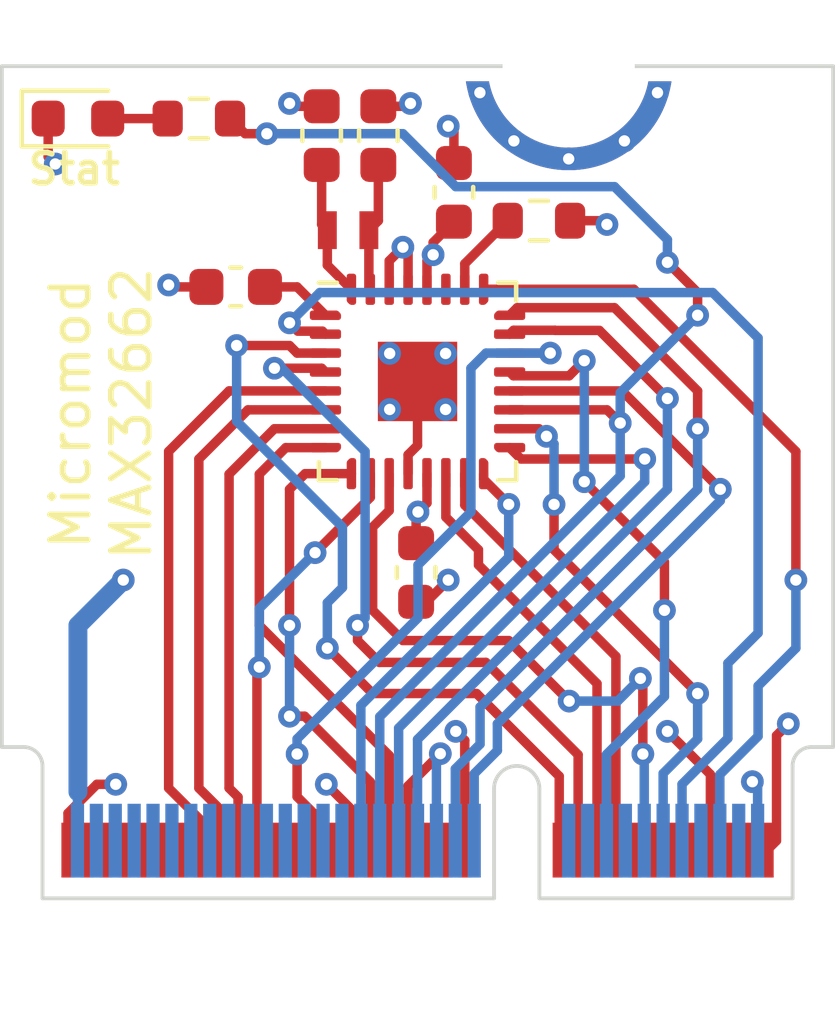
<source format=kicad_pcb>
(kicad_pcb (version 20221018) (generator pcbnew)
  (layers (0 "F.Cu" signal) (1 "In1.Cu" signal) (2 "In2.Cu" signal) (31 "B.Cu" signal) (34 "B.Paste" user) (35 "F.Paste" user) (36 "B.SilkS" user "B.Silkscreen") (37 "F.SilkS" user "F.Silkscreen") (38 "B.Mask" user) (39 "F.Mask" user) (44 "Edge.Cuts" user))
  (net 0 "")
  (net 1 "+3.3V")
  (net 2 "GND")
  (net 3 "Net-(U1-V_{CORE})")
  (net 4 "Net-(U1-32KIN)")
  (net 5 "Net-(U1-32KOUT)")
  (net 9 "/RESET")
  (net 12 "/D0")
  (net 14 "/I2C_SDA")
  (net 16 "/I2C_SCL")
  (net 19 "/UART_TX")
  (net 20 "/D1")
  (net 21 "/UART_RX")
  (net 23 "/SWDCLK")
  (net 25 "/SWDIO")
  (net 26 "/PWM0")
  (net 27 "/A0")
  (net 30 "/A1")
  (net 31 "/G0")
  (net 32 "/CAN_RX")
  (net 33 "/G1{slash}STATUS_LED")
  (net 34 "/CAN_TX")
  (net 35 "/ADC_TRIG")
  (net 39 "/BATT_VIN{slash}3")
  (net 45 "/SPI_CS")
  (net 47 "/SPI_SCK")
  (net 49 "/SPI_COPI")
  (net 51 "/SPI_CIPO")
  (net 64 "Net-(U1-HFXIN)")
  (net 66 "Net-(D1-A)")
  (footprint "LED_SMD:LED_0603_1608Metric" (layer "F.Cu") (at 136.8 71.8)
    (fp_text reference "D1" hide)
    (fp_text value "LED")
    (fp_line (start -1.485 -0.735) (end -1.485 0.735) (stroke (width 0.12)) (layer "F.SilkS"))
    (fp_line (start -1.485 0.735) (end 0.8 0.735) (stroke (width 0.12)) (layer "F.SilkS"))
    (fp_line (start 0.8 -0.735) (end -1.485 -0.735) (stroke (width 0.12)) (layer "F.SilkS"))
    (pad "1" smd roundrect (at -0.7875 0) (size 0.875 0.95) (layers "F.Cu" "F.Paste" "F.Mask") (net 2 "GND"))
    (pad "2" smd roundrect (at 0.7875 0) (size 0.875 0.95) (layers "F.Cu" "F.Paste" "F.Mask") (net 66 "Net-(D1-A)"))
  )
  (footprint "bobby_footprints:micromod_processor" (layer "F.Cu") (at 145.7875 92.415)
    (fp_text reference "J1" hide)
    (fp_text value "MicroMod-2222")
    (fp_line (start -11 -4) (end -11 -22) (stroke (width 0.1)) (layer "Edge.Cuts"))
    (fp_line (start -11 -4) (end -10.425 -4) (stroke (width 0.1)) (layer "Edge.Cuts"))
    (fp_line (start -9.925 0) (end -9.925 -3.5) (stroke (width 0.1)) (layer "Edge.Cuts"))
    (fp_line (start 2.025 -2.9) (end 2.025 0) (stroke (width 0.1)) (layer "Edge.Cuts"))
    (fp_line (start 2.025 0) (end -9.925 0) (stroke (width 0.1)) (layer "Edge.Cuts"))
    (fp_line (start 2.25 -22) (end -11 -22) (stroke (width 0.1)) (layer "Edge.Cuts"))
    (fp_line (start 3.225 -2.9) (end 3.225 0) (stroke (width 0.1)) (layer "Edge.Cuts"))
    (fp_line (start 3.225 0) (end 9.925 0) (stroke (width 0.1)) (layer "Edge.Cuts"))
    (fp_line (start 5.75 -22) (end 2.25 -22) (stroke (width 0.1)) (layer "Edge.Cuts"))
    (fp_line (start 9.925 0) (end 9.925 -3.5) (stroke (width 0.1)) (layer "Edge.Cuts"))
    (fp_line (start 11 -22) (end 5.75 -22) (stroke (width 0.1)) (layer "Edge.Cuts"))
    (fp_line (start 11 -22) (end 11 -4) (stroke (width 0.1)) (layer "Edge.Cuts"))
    (fp_line (start 11 -4) (end 10.425 -4) (stroke (width 0.1)) (layer "Edge.Cuts"))
    (fp_arc (start -10.425 -4) (mid -10.071447 -3.853553) (end -9.925 -3.5) (stroke (width 0.1)) (layer "Edge.Cuts"))
    (fp_arc (start 2.025 -2.9) (mid 2.625 -3.5) (end 3.225 -2.9) (stroke (width 0.1)) (layer "Edge.Cuts"))
    (fp_arc (start 9.925 -3.5) (mid 10.071447 -3.853553) (end 10.425 -4) (stroke (width 0.1)) (layer "Edge.Cuts"))
    (pad "" np_thru_hole circle (at 4 -22) (size 3.5 3.5) (drill 3.5) (layers "F&B.Cu" "*.Mask"))
    (pad "1" smd rect (at 9.25 -1.275) (size 0.35 1.45) (layers "F.Cu" "F.Mask") (net 2 "GND"))
    (pad "2" smd rect (at 9 -1.525) (size 0.35 1.95) (layers "B.Cu" "B.Mask") (net 1 "+3.3V"))
    (pad "3" smd rect (at 8.75 -1.275) (size 0.35 1.45) (layers "F.Cu" "F.Mask"))
    (pad "4" smd rect (at 8.5 -1.525) (size 0.35 1.95) (layers "B.Cu" "B.Mask"))
    (pad "5" smd rect (at 8.25 -1.275) (size 0.35 1.45) (layers "F.Cu" "F.Mask"))
    (pad "6" smd rect (at 8 -1.525) (size 0.35 1.95) (layers "B.Cu" "B.Mask") (net 9 "/RESET"))
    (pad "7" smd rect (at 7.75 -1.275) (size 0.35 1.45) (layers "F.Cu" "F.Mask") (net 2 "GND"))
    (pad "8" smd rect (at 7.5 -1.525) (size 0.35 1.95) (layers "B.Cu" "B.Mask"))
    (pad "9" smd rect (at 7.25 -1.275) (size 0.35 1.45) (layers "F.Cu" "F.Mask"))
    (pad "10" smd rect (at 7 -1.525) (size 0.35 1.95) (layers "B.Cu" "B.Mask") (net 12 "/D0"))
    (pad "11" smd rect (at 6.75 -1.275) (size 0.35 1.45) (layers "F.Cu" "F.Mask"))
    (pad "12" smd rect (at 6.5 -1.525) (size 0.35 1.95) (layers "B.Cu" "B.Mask") (net 14 "/I2C_SDA"))
    (pad "13" smd rect (at 6.25 -1.275) (size 0.35 1.45) (layers "F.Cu" "F.Mask"))
    (pad "14" smd rect (at 6 -1.525) (size 0.35 1.95) (layers "B.Cu" "B.Mask") (net 16 "/I2C_SCL"))
    (pad "15" smd rect (at 5.75 -1.275) (size 0.35 1.45) (layers "F.Cu" "F.Mask"))
    (pad "16" smd rect (at 5.5 -1.525) (size 0.35 1.95) (layers "B.Cu" "B.Mask"))
    (pad "17" smd rect (at 5.25 -1.275) (size 0.35 1.45) (layers "F.Cu" "F.Mask") (net 19 "/UART_TX"))
    (pad "18" smd rect (at 5 -1.525) (size 0.35 1.95) (layers "B.Cu" "B.Mask") (net 20 "/D1"))
    (pad "19" smd rect (at 4.75 -1.275) (size 0.35 1.45) (layers "F.Cu" "F.Mask") (net 21 "/UART_RX"))
    (pad "20" smd rect (at 4.5 -1.525) (size 0.35 1.95) (layers "B.Cu" "B.Mask"))
    (pad "21" smd rect (at 4.25 -1.275) (size 0.35 1.45) (layers "F.Cu" "F.Mask") (net 23 "/SWDCLK"))
    (pad "22" smd rect (at 4 -1.525) (size 0.35 1.95) (layers "B.Cu" "B.Mask"))
    (pad "23" smd rect (at 3.75 -1.275) (size 0.35 1.45) (layers "F.Cu" "F.Mask") (net 25 "/SWDIO"))
    (pad "32" smd rect (at 1.5 -1.525) (size 0.35 1.95) (layers "B.Cu" "B.Mask") (net 26 "/PWM0"))
    (pad "33" smd rect (at 1.25 -1.275) (size 0.35 1.45) (layers "F.Cu" "F.Mask") (net 2 "GND"))
    (pad "34" smd rect (at 1 -1.525) (size 0.35 1.95) (layers "B.Cu" "B.Mask") (net 27 "/A0"))
    (pad "35" smd rect (at 0.75 -1.275) (size 0.35 1.45) (layers "F.Cu" "F.Mask"))
    (pad "36" smd rect (at 0.5 -1.525) (size 0.35 1.95) (layers "B.Cu" "B.Mask") (net 2 "GND"))
    (pad "37" smd rect (at 0.25 -1.275) (size 0.35 1.45) (layers "F.Cu" "F.Mask"))
    (pad "38" smd rect (at 0 -1.525) (size 0.35 1.95) (layers "B.Cu" "B.Mask") (net 30 "/A1"))
    (pad "39" smd rect (at -0.25 -1.275) (size 0.35 1.45) (layers "F.Cu" "F.Mask") (net 2 "GND"))
    (pad "40" smd rect (at -0.5 -1.525) (size 0.35 1.95) (layers "B.Cu" "B.Mask") (net 31 "/G0"))
    (pad "41" smd rect (at -0.75 -1.275) (size 0.35 1.45) (layers "F.Cu" "F.Mask") (net 32 "/CAN_RX"))
    (pad "42" smd rect (at -1 -1.525) (size 0.35 1.95) (layers "B.Cu" "B.Mask") (net 33 "/G1{slash}STATUS_LED"))
    (pad "43" smd rect (at -1.25 -1.275) (size 0.35 1.45) (layers "F.Cu" "F.Mask") (net 34 "/CAN_TX"))
    (pad "44" smd rect (at -1.5 -1.525) (size 0.35 1.95) (layers "B.Cu" "B.Mask") (net 35 "/ADC_TRIG"))
    (pad "45" smd rect (at -1.75 -1.275) (size 0.35 1.45) (layers "F.Cu" "F.Mask") (net 2 "GND"))
    (pad "46" smd rect (at -2 -1.525) (size 0.35 1.95) (layers "B.Cu" "B.Mask"))
    (pad "47" smd rect (at -2.25 -1.275) (size 0.35 1.45) (layers "F.Cu" "F.Mask"))
    (pad "48" smd rect (at -2.5 -1.525) (size 0.35 1.95) (layers "B.Cu" "B.Mask"))
    (pad "49" smd rect (at -2.75 -1.275) (size 0.35 1.45) (layers "F.Cu" "F.Mask") (net 39 "/BATT_VIN{slash}3"))
    (pad "50" smd rect (at -3 -1.525) (size 0.35 1.95) (layers "B.Cu" "B.Mask"))
    (pad "51" smd rect (at -3.25 -1.275) (size 0.35 1.45) (layers "F.Cu" "F.Mask"))
    (pad "52" smd rect (at -3.5 -1.525) (size 0.35 1.95) (layers "B.Cu" "B.Mask"))
    (pad "53" smd rect (at -3.75 -1.275) (size 0.35 1.45) (layers "F.Cu" "F.Mask"))
    (pad "54" smd rect (at -4 -1.525) (size 0.35 1.95) (layers "B.Cu" "B.Mask"))
    (pad "55" smd rect (at -4.25 -1.275) (size 0.35 1.45) (layers "F.Cu" "F.Mask") (net 45 "/SPI_CS"))
    (pad "56" smd rect (at -4.5 -1.525) (size 0.35 1.95) (layers "B.Cu" "B.Mask"))
    (pad "57" smd rect (at -4.75 -1.275) (size 0.35 1.45) (layers "F.Cu" "F.Mask") (net 47 "/SPI_SCK"))
    (pad "58" smd rect (at -5 -1.525) (size 0.35 1.95) (layers "B.Cu" "B.Mask"))
    (pad "59" smd rect (at -5.25 -1.275) (size 0.35 1.45) (layers "F.Cu" "F.Mask") (net 49 "/SPI_COPI"))
    (pad "60" smd rect (at -5.5 -1.525) (size 0.35 1.95) (layers "B.Cu" "B.Mask"))
    (pad "61" smd rect (at -5.75 -1.275) (size 0.35 1.45) (layers "F.Cu" "F.Mask") (net 51 "/SPI_CIPO"))
    (pad "62" smd rect (at -6 -1.525) (size 0.35 1.95) (layers "B.Cu" "B.Mask"))
    (pad "63" smd rect (at -6.25 -1.275) (size 0.35 1.45) (layers "F.Cu" "F.Mask"))
    (pad "64" smd rect (at -6.5 -1.525) (size 0.35 1.95) (layers "B.Cu" "B.Mask"))
    (pad "65" smd rect (at -6.75 -1.275) (size 0.35 1.45) (layers "F.Cu" "F.Mask"))
    (pad "66" smd rect (at -7 -1.525) (size 0.35 1.95) (layers "B.Cu" "B.Mask"))
    (pad "67" smd rect (at -7.25 -1.275) (size 0.35 1.45) (layers "F.Cu" "F.Mask"))
    (pad "68" smd rect (at -7.5 -1.525) (size 0.35 1.95) (layers "B.Cu" "B.Mask"))
    (pad "69" smd rect (at -7.75 -1.275) (size 0.35 1.45) (layers "F.Cu" "F.Mask"))
    (pad "70" smd rect (at -8 -1.525) (size 0.35 1.95) (layers "B.Cu" "B.Mask"))
    (pad "71" smd rect (at -8.25 -1.275) (size 0.35 1.45) (layers "F.Cu" "F.Mask"))
    (pad "72" smd rect (at -8.5 -1.525) (size 0.35 1.95) (layers "B.Cu" "B.Mask"))
    (pad "73" smd rect (at -8.75 -1.275) (size 0.35 1.45) (layers "F.Cu" "F.Mask"))
    (pad "74" smd rect (at -9 -1.525) (size 0.35 1.95) (layers "B.Cu" "B.Mask") (net 1 "+3.3V"))
    (pad "75" smd rect (at -9.25 -1.275) (size 0.35 1.45) (layers "F.Cu" "F.Mask") (net 2 "GND"))
    (pad "76" thru_hole circle (at 1.65 -21.3) (size 0.6 0.6) (drill 0.3) (property pad_prop_heatsink) (layers "*.Cu" "*.Mask") (net 2 "GND"))
    (pad "76" thru_hole circle (at 2.55 -20.025) (size 0.6 0.6) (drill 0.3) (property pad_prop_heatsink) (layers "*.Cu" "*.Mask") (net 2 "GND"))
    (pad "76" thru_hole circle (at 4 -19.55) (size 0.6 0.6) (drill 0.3) (property pad_prop_heatsink) (layers "*.Cu" "*.Mask") (net 2 "GND"))
    (pad "76" smd custom (at 4 -19.5) (size 0.25 0.25) (layers "F.Cu" "F.Mask") (net 2 "GND") (options (clearance outline) (anchor circle)) (primitives (gr_poly (pts (arc (start 2.72 -2.1) (mid 0 0.249254) (end -2.72 -2.1)) (arc (start -2.11 -2.1) (mid 0 -0.345132) (end 2.11 -2.100001))) (width 0) (fill yes))))
    (pad "76" smd custom (at 4 -19.5) (size 0.25 0.25) (layers "B.Cu" "B.Mask") (net 2 "GND") (options (clearance outline) (anchor circle)) (primitives (gr_poly (pts (arc (start 2.72 -2.1) (mid 0 0.249254) (end -2.72 -2.1)) (arc (start -2.11 -2.1) (mid 0 -0.345132) (end 2.11 -2.100001))) (width 0) (fill yes))))
    (pad "76" thru_hole circle (at 5.475 -20.025) (size 0.6 0.6) (drill 0.3) (property pad_prop_heatsink) (layers "*.Cu" "*.Mask") (net 2 "GND"))
    (pad "76" thru_hole circle (at 6.35 -21.3) (size 0.6 0.6) (drill 0.3) (property pad_prop_heatsink) (layers "*.Cu" "*.Mask") (net 2 "GND"))
  )
  (footprint "bobby_footprints:ECX-16R" (layer "F.Cu") (at 143.95 74.75)
    (fp_text reference "Y1" hide)
    (fp_text value "Crystal")
    (pad "1" smd rect (at -0.55 0) (size 0.5 1) (layers "F.Cu" "F.Paste" "F.Mask") (net 5 "Net-(U1-32KOUT)"))
    (pad "2" smd rect (at 0.55 0) (size 0.5 1) (layers "F.Cu" "F.Paste" "F.Mask") (net 4 "Net-(U1-32KIN)"))
  )
  (footprint "Capacitor_SMD:C_0603_1608Metric" (layer "F.Cu") (at 143.25 72.25 90)
    (fp_text reference "C5" hide)
    (fp_text value "1u")
    (fp_line (start -0.14058 -0.51) (end 0.14058 -0.51) (stroke (width 0.12)) (layer "F.SilkS"))
    (fp_line (start -0.14058 0.51) (end 0.14058 0.51) (stroke (width 0.12)) (layer "F.SilkS"))
    (pad "1" smd roundrect (at -0.775 0 90) (size 0.9 0.95) (layers "F.Cu" "F.Paste" "F.Mask") (net 5 "Net-(U1-32KOUT)"))
    (pad "2" smd roundrect (at 0.775 0 90) (size 0.9 0.95) (layers "F.Cu" "F.Paste" "F.Mask") (net 2 "GND"))
  )
  (footprint "Capacitor_SMD:C_0603_1608Metric" (layer "F.Cu") (at 144.75 72.25 90)
    (fp_text reference "C4" hide)
    (fp_text value "1u")
    (fp_line (start -0.14058 -0.51) (end 0.14058 -0.51) (stroke (width 0.12)) (layer "F.SilkS"))
    (fp_line (start -0.14058 0.51) (end 0.14058 0.51) (stroke (width 0.12)) (layer "F.SilkS"))
    (pad "1" smd roundrect (at -0.775 0 90) (size 0.9 0.95) (layers "F.Cu" "F.Paste" "F.Mask") (net 4 "Net-(U1-32KIN)"))
    (pad "2" smd roundrect (at 0.775 0 90) (size 0.9 0.95) (layers "F.Cu" "F.Paste" "F.Mask") (net 2 "GND"))
  )
  (footprint "Capacitor_SMD:C_0603_1608Metric" (layer "F.Cu") (at 146.75 73.75 90)
    (fp_text reference "C1" hide)
    (fp_text value "1u")
    (fp_line (start -0.14058 -0.51) (end 0.14058 -0.51) (stroke (width 0.12)) (layer "F.SilkS"))
    (fp_line (start -0.14058 0.51) (end 0.14058 0.51) (stroke (width 0.12)) (layer "F.SilkS"))
    (pad "1" smd roundrect (at -0.775 0 90) (size 0.9 0.95) (layers "F.Cu" "F.Paste" "F.Mask") (net 1 "+3.3V"))
    (pad "2" smd roundrect (at 0.775 0 90) (size 0.9 0.95) (layers "F.Cu" "F.Paste" "F.Mask") (net 2 "GND"))
  )
  (footprint "Resistor_SMD:R_0603_1608Metric" (layer "F.Cu") (at 140 71.8 180)
    (fp_text reference "R2" hide)
    (fp_text value "750")
    (fp_line (start -0.237258 -0.5225) (end 0.237258 -0.5225) (stroke (width 0.12)) (layer "F.SilkS"))
    (fp_line (start -0.237258 0.5225) (end 0.237258 0.5225) (stroke (width 0.12)) (layer "F.SilkS"))
    (pad "1" smd roundrect (at -0.825 0 180) (size 0.8 0.95) (layers "F.Cu" "F.Paste" "F.Mask") (net 33 "/G1{slash}STATUS_LED"))
    (pad "2" smd roundrect (at 0.825 0 180) (size 0.8 0.95) (layers "F.Cu" "F.Paste" "F.Mask") (net 66 "Net-(D1-A)"))
  )
  (footprint "Package_DFN_QFN:TQFN-32-1EP_5x5mm_P0.5mm_EP2.1x2.1mm" (layer "F.Cu") (at 145.7875 78.75)
    (fp_text reference "U1" hide)
    (fp_text value "MAX32662GTJ")
    (fp_line (start -2.61 2.61) (end -2.61 2.135) (stroke (width 0.12)) (layer "F.SilkS"))
    (fp_line (start -2.135 -2.61) (end -2.61 -2.61) (stroke (width 0.12)) (layer "F.SilkS"))
    (fp_line (start -2.135 2.61) (end -2.61 2.61) (stroke (width 0.12)) (layer "F.SilkS"))
    (fp_line (start 2.135 -2.61) (end 2.61 -2.61) (stroke (width 0.12)) (layer "F.SilkS"))
    (fp_line (start 2.135 2.61) (end 2.61 2.61) (stroke (width 0.12)) (layer "F.SilkS"))
    (fp_line (start 2.61 -2.61) (end 2.61 -2.135) (stroke (width 0.12)) (layer "F.SilkS"))
    (fp_line (start 2.61 2.61) (end 2.61 2.135) (stroke (width 0.12)) (layer "F.SilkS"))
    (pad "1" smd custom (at -2.4375 -1.75) (size 0.18636 0.18636) (layers "F.Cu" "F.Paste" "F.Mask") (net 3 "Net-(U1-V_{CORE})") (options (clearance outline) (anchor circle)) (primitives (gr_poly (pts (xy 0.35 -0.009112) (xy 0.35 0.0625) (xy -0.35 0.0625) (xy -0.35 -0.0625) (xy 0.296612 -0.0625)) (width 0.125) (fill yes))))
    (pad "2" smd roundrect (at -2.4375 -1.25) (size 0.825 0.25) (layers "F.Cu" "F.Paste" "F.Mask") (net 12 "/D0"))
    (pad "3" smd roundrect (at -2.4375 -0.75) (size 0.825 0.25) (layers "F.Cu" "F.Paste" "F.Mask") (net 25 "/SWDIO"))
    (pad "4" smd roundrect (at -2.4375 -0.25) (size 0.825 0.25) (layers "F.Cu" "F.Paste" "F.Mask") (net 23 "/SWDCLK"))
    (pad "5" smd roundrect (at -2.4375 0.25) (size 0.825 0.25) (layers "F.Cu" "F.Paste" "F.Mask") (net 51 "/SPI_CIPO"))
    (pad "6" smd roundrect (at -2.4375 0.75) (size 0.825 0.25) (layers "F.Cu" "F.Paste" "F.Mask") (net 49 "/SPI_COPI"))
    (pad "7" smd roundrect (at -2.4375 1.25) (size 0.825 0.25) (layers "F.Cu" "F.Paste" "F.Mask") (net 47 "/SPI_SCK"))
    (pad "8" smd custom (at -2.4375 1.75) (size 0.18636 0.18636) (layers "F.Cu" "F.Paste" "F.Mask") (net 32 "/CAN_RX") (options (clearance outline) (anchor circle)) (primitives (gr_poly (pts (xy 0.35 0.009112) (xy 0.296612 0.0625) (xy -0.35 0.0625) (xy -0.35 -0.0625) (xy 0.35 -0.0625)) (width 0.125) (fill yes))))
    (pad "9" smd custom (at -1.75 2.4375) (size 0.18636 0.18636) (layers "F.Cu" "F.Paste" "F.Mask") (net 34 "/CAN_TX") (options (clearance outline) (anchor circle)) (primitives (gr_poly (pts (xy 0.0625 0.35) (xy -0.0625 0.35) (xy -0.0625 -0.296612) (xy -0.009112 -0.35) (xy 0.0625 -0.35)) (width 0.125) (fill yes))))
    (pad "10" smd roundrect (at -1.25 2.4375) (size 0.25 0.825) (layers "F.Cu" "F.Paste" "F.Mask") (net 45 "/SPI_CS"))
    (pad "11" smd roundrect (at -0.75 2.4375) (size 0.25 0.825) (layers "F.Cu" "F.Paste" "F.Mask") (net 16 "/I2C_SCL"))
    (pad "12" smd roundrect (at -0.25 2.4375) (size 0.25 0.825) (layers "F.Cu" "F.Paste" "F.Mask") (net 2 "GND"))
    (pad "13" smd roundrect (at 0.25 2.4375) (size 0.25 0.825) (layers "F.Cu" "F.Paste" "F.Mask") (net 1 "+3.3V"))
    (pad "14" smd roundrect (at 0.75 2.4375) (size 0.25 0.825) (layers "F.Cu" "F.Paste" "F.Mask") (net 21 "/UART_RX"))
    (pad "15" smd roundrect (at 1.25 2.4375) (size 0.25 0.825) (layers "F.Cu" "F.Paste" "F.Mask") (net 19 "/UART_TX"))
    (pad "16" smd custom (at 1.75 2.4375) (size 0.18636 0.18636) (layers "F.Cu" "F.Paste" "F.Mask") (net 35 "/ADC_TRIG") (options (clearance outline) (anchor circle)) (primitives (gr_poly (pts (xy 0.0625 -0.296612) (xy 0.0625 0.35) (xy -0.0625 0.35) (xy -0.0625 -0.35) (xy 0.009112 -0.35)) (width 0.125) (fill yes))))
    (pad "17" smd custom (at 2.4375 1.75) (size 0.18636 0.18636) (layers "F.Cu" "F.Paste" "F.Mask") (net 31 "/G0") (options (clearance outline) (anchor circle)) (primitives (gr_poly (pts (xy 0.35 0.0625) (xy -0.296612 0.0625) (xy -0.35 0.009112) (xy -0.35 -0.0625) (xy 0.35 -0.0625)) (width 0.125) (fill yes))))
    (pad "18" smd roundrect (at 2.4375 1.25) (size 0.825 0.25) (layers "F.Cu" "F.Paste" "F.Mask") (net 14 "/I2C_SDA"))
    (pad "19" smd roundrect (at 2.4375 0.75) (size 0.825 0.25) (layers "F.Cu" "F.Paste" "F.Mask") (net 33 "/G1{slash}STATUS_LED"))
    (pad "20" smd roundrect (at 2.4375 0.25) (size 0.825 0.25) (layers "F.Cu" "F.Paste" "F.Mask") (net 26 "/PWM0"))
    (pad "21" smd roundrect (at 2.4375 -0.25) (size 0.825 0.25) (layers "F.Cu" "F.Paste" "F.Mask") (net 20 "/D1"))
    (pad "22" smd roundrect (at 2.4375 -0.75) (size 0.825 0.25) (layers "F.Cu" "F.Paste" "F.Mask") (net 39 "/BATT_VIN{slash}3"))
    (pad "23" smd roundrect (at 2.4375 -1.25) (size 0.825 0.25) (layers "F.Cu" "F.Paste" "F.Mask") (net 30 "/A1"))
    (pad "24" smd custom (at 2.4375 -1.75) (size 0.18636 0.18636) (layers "F.Cu" "F.Paste" "F.Mask") (net 27 "/A0") (options (clearance outline) (anchor circle)) (primitives (gr_poly (pts (xy 0.35 0.0625) (xy -0.35 0.0625) (xy -0.35 -0.009112) (xy -0.296612 -0.0625) (xy 0.35 -0.0625)) (width 0.125) (fill yes))))
    (pad "25" smd custom (at 1.75 -2.4375) (size 0.18636 0.18636) (layers "F.Cu" "F.Paste" "F.Mask") (net 9 "/RESET") (options (clearance outline) (anchor circle)) (primitives (gr_poly (pts (xy 0.0625 0.296612) (xy 0.009112 0.35) (xy -0.0625 0.35) (xy -0.0625 -0.35) (xy 0.0625 -0.35)) (width 0.125) (fill yes))))
    (pad "26" smd roundrect (at 1.25 -2.4375) (size 0.25 0.825) (layers "F.Cu" "F.Paste" "F.Mask") (net 64 "Net-(U1-HFXIN)"))
    (pad "27" smd roundrect (at 0.75 -2.4375) (size 0.25 0.825) (layers "F.Cu" "F.Paste" "F.Mask"))
    (pad "28" smd roundrect (at 0.25 -2.4375) (size 0.25 0.825) (layers "F.Cu" "F.Paste" "F.Mask") (net 1 "+3.3V"))
    (pad "29" smd roundrect (at -0.25 -2.4375) (size 0.25 0.825) (layers "F.Cu" "F.Paste" "F.Mask") (net 2 "GND"))
    (pad "30" smd roundrect (at -0.75 -2.4375) (size 0.25 0.825) (layers "F.Cu" "F.Paste" "F.Mask") (net 2 "GND"))
    (pad "31" smd roundrect (at -1.25 -2.4375) (size 0.25 0.825) (layers "F.Cu" "F.Paste" "F.Mask") (net 4 "Net-(U1-32KIN)"))
    (pad "32" smd custom (at -1.75 -2.4375) (size 0.18636 0.18636) (layers "F.Cu" "F.Paste" "F.Mask") (net 5 "Net-(U1-32KOUT)") (options (clearance outline) (anchor circle)) (primitives (gr_poly (pts (xy 0.0625 0.35) (xy -0.009112 0.35) (xy -0.0625 0.296612) (xy -0.0625 -0.35) (xy 0.0625 -0.35)) (width 0.125) (fill yes))))
    (pad "33" smd rect (at 0 0) (size 2.1 2.1) (layers "F.Cu" "F.Mask") (net 2 "GND"))
  )
  (footprint "Capacitor_SMD:C_0603_1608Metric" (layer "F.Cu") (at 140.975 76.25 180)
    (fp_text reference "C3" hide)
    (fp_text value "1u")
    (fp_line (start -0.14058 -0.51) (end 0.14058 -0.51) (stroke (width 0.12)) (layer "F.SilkS"))
    (fp_line (start -0.14058 0.51) (end 0.14058 0.51) (stroke (width 0.12)) (layer "F.SilkS"))
    (pad "1" smd roundrect (at -0.775 0 180) (size 0.9 0.95) (layers "F.Cu" "F.Paste" "F.Mask") (net 3 "Net-(U1-V_{CORE})"))
    (pad "2" smd roundrect (at 0.775 0 180) (size 0.9 0.95) (layers "F.Cu" "F.Paste" "F.Mask") (net 2 "GND"))
  )
  (footprint "Resistor_SMD:R_0603_1608Metric" (layer "F.Cu") (at 149 74.5)
    (fp_text reference "R1" hide)
    (fp_text value "10k")
    (fp_line (start -0.237258 -0.5225) (end 0.237258 -0.5225) (stroke (width 0.12)) (layer "F.SilkS"))
    (fp_line (start -0.237258 0.5225) (end 0.237258 0.5225) (stroke (width 0.12)) (layer "F.SilkS"))
    (pad "1" smd roundrect (at -0.825 0) (size 0.8 0.95) (layers "F.Cu" "F.Paste" "F.Mask") (net 64 "Net-(U1-HFXIN)"))
    (pad "2" smd roundrect (at 0.825 0) (size 0.8 0.95) (layers "F.Cu" "F.Paste" "F.Mask") (net 2 "GND"))
  )
  (footprint "Capacitor_SMD:C_0603_1608Metric" (layer "F.Cu") (at 145.75 83.8 -90)
    (fp_text reference "C2" hide)
    (fp_text value "1u")
    (fp_line (start -0.14058 -0.51) (end 0.14058 -0.51) (stroke (width 0.12)) (layer "F.SilkS"))
    (fp_line (start -0.14058 0.51) (end 0.14058 0.51) (stroke (width 0.12)) (layer "F.SilkS"))
    (pad "1" smd roundrect (at -0.775 0 270) (size 0.9 0.95) (layers "F.Cu" "F.Paste" "F.Mask") (net 1 "+3.3V"))
    (pad "2" smd roundrect (at 0.775 0 270) (size 0.9 0.95) (layers "F.Cu" "F.Paste" "F.Mask") (net 2 "GND"))
  )
  (gr_text "Stat" (at 135.4 73.6) (layer "F.SilkS") (effects (font (size 0.8 0.8)) (justify left bottom)))
  (gr_text "Micromod\nMAX32662" (at 138.8 79.6 90) (layer "F.SilkS") (effects (font (size 1 1)) (justify bottom)))
  (segment (start 146.0375 81.9625) (end 146.0375 81.1875) (width 0.25) (layer "F.Cu") (net 1))
  (segment (start 145.75 82.25) (end 145.8 82.2) (width 0.25) (layer "F.Cu") (net 1))
  (segment (start 146.0375 76.3125) (end 146.0375 75.5625) (width 0.25) (layer "F.Cu") (net 1))
  (segment (start 146.2 75.4) (end 146.2 75.075) (width 0.25) (layer "F.Cu") (net 1))
  (segment (start 145.8 82.2) (end 146.0375 81.9625) (width 0.25) (layer "F.Cu") (net 1))
  (segment (start 146.0375 75.5625) (end 146.2 75.4) (width 0.25) (layer "F.Cu") (net 1))
  (segment (start 146.2 75.075) (end 146.75 74.525) (width 0.25) (layer "F.Cu") (net 1))
  (segment (start 145.75 83.025) (end 145.75 82.25) (width 0.25) (layer "F.Cu") (net 1))
  (via (at 138 84) (size 0.6) (drill 0.3) (layers "F.Cu" "B.Cu") (net 1))
  (via (at 154.648976 89.33093) (size 0.6) (drill 0.3) (layers "F.Cu" "B.Cu") (net 1))
  (via (at 145.8 82.2) (size 0.6) (drill 0.3) (layers "F.Cu" "B.Cu") (net 1))
  (via (at 146.2 75.4) (size 0.6) (drill 0.3) (layers "F.Cu" "B.Cu") (net 1))
  (segment (start 136.7875 90.89) (end 136.7875 89.6125) (width 0.25) (layer "B.Cu") (net 1))
  (segment (start 136.8 89.6) (end 136.8 85.2) (width 0.5) (layer "B.Cu") (net 1))
  (segment (start 136.7875 89.6125) (end 136.8 89.6) (width 0.25) (layer "B.Cu") (net 1))
  (segment (start 154.648976 89.33093) (end 154.7875 89.469454) (width 0.25) (layer "B.Cu") (net 1))
  (segment (start 154.7875 89.469454) (end 154.7875 90.89) (width 0.25) (layer "B.Cu") (net 1))
  (segment (start 136.8 85.2) (end 138 84) (width 0.5) (layer "B.Cu") (net 1))
  (segment (start 146.75 72.15) (end 146.6 72) (width 0.25) (layer "F.Cu") (net 2))
  (segment (start 136.5375 90.165) (end 137.3025 89.4) (width 0.25) (layer "F.Cu") (net 2))
  (segment (start 145.5375 75.3375) (end 145.4 75.2) (width 0.25) (layer "F.Cu") (net 2))
  (segment (start 146.6 84) (end 146.025 84.575) (width 0.25) (layer "F.Cu") (net 2))
  (segment (start 145.5375 89.44244) (end 145.538346 89.44244) (width 0.25) (layer "F.Cu") (net 2))
  (segment (start 146.75 72.975) (end 146.75 72.15) (width 0.25) (layer "F.Cu") (net 2))
  (segment (start 145.5375 80.689333) (end 145.7875 80.439333) (width 0.25) (layer "F.Cu") (net 2))
  (segment (start 137.3025 89.4) (end 137.8 89.4) (width 0.25) (layer "F.Cu") (net 2))
  (segment (start 145.7875 80.439333) (end 145.7875 78.75) (width 0.25) (layer "F.Cu") (net 2))
  (segment (start 144.0375 90.06352) (end 144.0375 91.14) (width 0.25) (layer "F.Cu") (net 2))
  (segment (start 136.5375 91.14) (end 136.5375 90.165) (width 0.25) (layer "F.Cu") (net 2))
  (segment (start 145.5375 76.3125) (end 145.5375 75.3375) (width 0.25) (layer "F.Cu") (net 2))
  (segment (start 152.4 88) (end 153.5375 89.1375) (width 0.25) (layer "F.Cu") (net 2))
  (segment (start 150.7 74.5) (end 150.8 74.6) (width 0.25) (layer "F.Cu") (net 2))
  (segment (start 139.25 76.25) (end 139.2 76.2) (width 0.25) (layer "F.Cu") (net 2))
  (segment (start 145.525 71.475) (end 145.6 71.4) (width 0.25) (layer "F.Cu") (net 2))
  (segment (start 155.2875 90.89) (end 155.2875 88.1125) (width 0.25) (layer "F.Cu") (net 2))
  (segment (start 145.538346 89.44244) (end 146.390211 88.590575) (width 0.25) (layer "F.Cu") (net 2))
  (segment (start 140.2 76.25) (end 139.25 76.25) (width 0.25) (layer "F.Cu") (net 2))
  (segment (start 142.475 71.475) (end 142.4 71.4) (width 0.25) (layer "F.Cu") (net 2))
  (segment (start 155.2875 88.1125) (end 155.6 87.8) (width 0.25) (layer "F.Cu") (net 2))
  (segment (start 149.825 74.5) (end 150.7 74.5) (width 0.25) (layer "F.Cu") (net 2))
  (segment (start 147.0375 88.2375) (end 147.0375 91.14) (width 0.25) (layer "F.Cu") (net 2))
  (segment (start 136.0125 71.8) (end 136.0125 72.8125) (width 0.25) (layer "F.Cu") (net 2))
  (segment (start 144.75 71.475) (end 145.525 71.475) (width 0.25) (layer "F.Cu") (net 2))
  (segment (start 153.5375 89.1375) (end 153.5375 91.14) (width 0.25) (layer "F.Cu") (net 2))
  (segment (start 155.0375 91.14) (end 155.2875 90.89) (width 0.25) (layer "F.Cu") (net 2))
  (segment (start 136.0125 72.8125) (end 136.2 73) (width 0.25) (layer "F.Cu") (net 2))
  (segment (start 145.5375 81.1875) (end 145.5375 80.689333) (width 0.25) (layer "F.Cu") (net 2))
  (segment (start 146.8 88) (end 147.0375 88.2375) (width 0.25) (layer "F.Cu") (net 2))
  (segment (start 143.37398 89.4) (end 144.0375 90.06352) (width 0.25) (layer "F.Cu") (net 2))
  (segment (start 145.5375 89.44244) (end 145.5375 91.14) (width 0.25) (layer "F.Cu") (net 2))
  (segment (start 146.025 84.575) (end 145.75 84.575) (width 0.25) (layer "F.Cu") (net 2))
  (segment (start 143.25 71.475) (end 142.475 71.475) (width 0.25) (layer "F.Cu") (net 2))
  (segment (start 145.0375 76.3125) (end 145.0375 75.5625) (width 0.25) (layer "F.Cu") (net 2))
  (segment (start 145.0375 75.5625) (end 145.4 75.2) (width 0.25) (layer "F.Cu") (net 2))
  (via (at 143.37398 89.4) (size 0.6) (drill 0.3) (layers "F.Cu" "B.Cu") (net 2))
  (via (at 146.390211 88.590575) (size 0.6) (drill 0.3) (layers "F.Cu" "B.Cu") (net 2))
  (via (at 145.05 79.49) (size 0.6) (drill 0.3) (layers "F.Cu" "B.Cu") (net 2))
  (via (at 139.2 76.2) (size 0.6) (drill 0.3) (layers "F.Cu" "B.Cu") (net 2))
  (via (at 146.8 88) (size 0.6) (drill 0.3) (layers "F.Cu" "B.Cu") (net 2))
  (via (at 155.6 87.8) (size 0.6) (drill 0.3) (layers "F.Cu" "B.Cu") (net 2))
  (via (at 146.6 84) (size 0.6) (drill 0.3) (layers "F.Cu" "B.Cu") (net 2))
  (via (at 146.6 72) (size 0.6) (drill 0.3) (layers "F.Cu" "B.Cu") (net 2))
  (via (at 145.4 75.2) (size 0.6) (drill 0.3) (layers "F.Cu" "B.Cu") (net 2))
  (via (at 145.05 78.01) (size 0.6) (drill 0.3) (layers "F.Cu" "B.Cu") (net 2))
  (via (at 146.53 78.01) (size 0.6) (drill 0.3) (layers "F.Cu" "B.Cu") (net 2))
  (via (at 137.8 89.4) (size 0.6) (drill 0.3) (layers "F.Cu" "B.Cu") (net 2))
  (via (at 152.4 88) (size 0.6) (drill 0.3) (layers "F.Cu" "B.Cu") (net 2))
  (via (at 136.2 73) (size 0.6) (drill 0.3) (layers "F.Cu" "B.Cu") (net 2))
  (via (at 145.6 71.4) (size 0.6) (drill 0.3) (layers "F.Cu" "B.Cu") (net 2))
  (via (at 142.4 71.4) (size 0.6) (drill 0.3) (layers "F.Cu" "B.Cu") (net 2))
  (via (at 146.53 79.49) (size 0.6) (drill 0.3) (layers "F.Cu" "B.Cu") (net 2))
  (via (at 150.8 74.6) (size 0.6) (drill 0.3) (layers "F.Cu" "B.Cu") (net 2))
  (segment (start 146.2875 90.89) (end 146.2875 88.693286) (width 0.25) (layer "B.Cu") (net 2))
  (segment (start 146.2875 88.693286) (end 146.390211 88.590575) (width 0.25) (layer "B.Cu") (net 2))
  (segment (start 141.75 76.25) (end 142.6 76.25) (width 0.25) (layer "F.Cu") (net 3))
  (segment (start 142.6 76.25) (end 143.35 77) (width 0.25) (layer "F.Cu") (net 3))
  (segment (start 144.75 74.5) (end 144.5 74.75) (width 0.25) (layer "F.Cu") (net 4))
  (segment (start 144.75 73.025) (end 144.75 74.5) (width 0.25) (layer "F.Cu") (net 4))
  (segment (start 144.5 76.275) (end 144.5375 76.3125) (width 0.25) (layer "F.Cu") (net 4))
  (segment (start 144.5 74.75) (end 144.5 76.275) (width 0.25) (layer "F.Cu") (net 4))
  (segment (start 143.25 73.025) (end 143.25 74.6) (width 0.25) (layer "F.Cu") (net 5))
  (segment (start 143.25 74.6) (end 143.4 74.75) (width 0.25) (layer "F.Cu") (net 5))
  (segment (start 143.4 75.675) (end 144.0375 76.3125) (width 0.25) (layer "F.Cu") (net 5))
  (segment (start 143.4 74.75) (end 143.4 75.675) (width 0.25) (layer "F.Cu") (net 5))
  (segment (start 147.5375 76.3125) (end 151.5125 76.3125) (width 0.25) (layer "F.Cu") (net 9))
  (segment (start 155.8 80.6) (end 155.8 84) (width 0.25) (layer "F.Cu") (net 9))
  (segment (start 151.5125 76.3125) (end 155.8 80.6) (width 0.25) (layer "F.Cu") (net 9))
  (via (at 155.8 84) (size 0.6) (drill 0.3) (layers "F.Cu" "B.Cu") (net 9))
  (segment (start 154.8 88.130573) (end 153.7875 89.143073) (width 0.25) (layer "B.Cu") (net 9))
  (segment (start 155.8 85.8) (end 154.8 86.8) (width 0.25) (layer "B.Cu") (net 9))
  (segment (start 154.8 86.8) (end 154.8 88.130573) (width 0.25) (layer "B.Cu") (net 9))
  (segment (start 155.8 84) (end 155.8 85.8) (width 0.25) (layer "B.Cu") (net 9))
  (segment (start 153.7875 89.143073) (end 153.7875 90.89) (width 0.25) (layer "B.Cu") (net 9))
  (segment (start 143.27 77.42) (end 142.62 77.42) (width 0.25) (layer "F.Cu") (net 12))
  (segment (start 143.35 77.5) (end 143.27 77.42) (width 0.25) (layer "F.Cu") (net 12))
  (segment (start 142.62 77.42) (end 142.4 77.2) (width 0.25) (layer "F.Cu") (net 12))
  (via (at 142.4 77.2) (size 0.6) (drill 0.3) (layers "F.Cu" "B.Cu") (net 12))
  (segment (start 142.4 77.2) (end 143.2 76.4) (width 0.25) (layer "B.Cu") (net 12))
  (segment (start 152.7875 89.397389) (end 154 88.184889) (width 0.25) (layer "B.Cu") (net 12))
  (segment (start 152.7875 90.89) (end 152.7875 89.397389) (width 0.25) (layer "B.Cu") (net 12))
  (segment (start 154.8 85.4) (end 154.8 77.6) (width 0.25) (layer "B.Cu") (net 12))
  (segment (start 154 88.184889) (end 154 86.2) (width 0.25) (layer "B.Cu") (net 12))
  (segment (start 154.8 77.6) (end 153.6 76.4) (width 0.25) (layer "B.Cu") (net 12))
  (segment (start 153.6 76.4) (end 143.2 76.4) (width 0.25) (layer "B.Cu") (net 12))
  (segment (start 154 86.2) (end 154.8 85.4) (width 0.25) (layer "B.Cu") (net 12))
  (segment (start 149 80) (end 148.225 80) (width 0.25) (layer "F.Cu") (net 14))
  (segment (start 153.2 87) (end 149.4 83.2) (width 0.25) (layer "F.Cu") (net 14))
  (segment (start 149.2 80.2) (end 149 80) (width 0.25) (layer "F.Cu") (net 14))
  (segment (start 149.4 83.2) (end 149.4 82) (width 0.25) (layer "F.Cu") (net 14))
  (via (at 149.4 82) (size 0.6) (drill 0.3) (layers "F.Cu" "B.Cu") (net 14))
  (via (at 153.2 87) (size 0.6) (drill 0.3) (layers "F.Cu" "B.Cu") (net 14))
  (via (at 149.2 80.2) (size 0.6) (drill 0.3) (layers "F.Cu" "B.Cu") (net 14))
  (segment (start 149.4 82) (end 149.4 80.4) (width 0.25) (layer "B.Cu") (net 14))
  (segment (start 152.2875 89.1125) (end 152.2875 90.89) (width 0.25) (layer "B.Cu") (net 14))
  (segment (start 153.2 88.2) (end 152.2875 89.1125) (width 0.25) (layer "B.Cu") (net 14))
  (segment (start 153.2 87) (end 153.2 88.2) (width 0.25) (layer "B.Cu") (net 14))
  (segment (start 149.4 80.4) (end 149.2 80.2) (width 0.25) (layer "B.Cu") (net 14))
  (segment (start 145.0375 82.1625) (end 144.6 82.6) (width 0.25) (layer "F.Cu") (net 16))
  (segment (start 151.750123 88.6) (end 151.750123 86.665052) (width 0.25) (layer "F.Cu") (net 16))
  (segment (start 151.750123 86.665052) (end 151.685071 86.6) (width 0.25) (layer "F.Cu") (net 16))
  (segment (start 144.6 84.8) (end 145.4 85.6) (width 0.25) (layer "F.Cu") (net 16))
  (segment (start 144.6 82.6) (end 144.6 84.8) (width 0.25) (layer "F.Cu") (net 16))
  (segment (start 148.2 85.6) (end 149.8 87.2) (width 0.25) (layer "F.Cu") (net 16))
  (segment (start 145.4 85.6) (end 148.2 85.6) (width 0.25) (layer "F.Cu") (net 16))
  (segment (start 145.0375 81.1875) (end 145.0375 82.1625) (width 0.25) (layer "F.Cu") (net 16))
  (via (at 151.685071 86.6) (size 0.6) (drill 0.3) (layers "F.Cu" "B.Cu") (net 16))
  (via (at 149.8 87.2) (size 0.6) (drill 0.3) (layers "F.Cu" "B.Cu") (net 16))
  (via (at 151.750123 88.6) (size 0.6) (drill 0.3) (layers "F.Cu" "B.Cu") (net 16))
  (segment (start 151.750123 88.6) (end 151.7875 88.637377) (width 0.25) (layer "B.Cu") (net 16))
  (segment (start 151.7875 88.637377) (end 151.7875 90.89) (width 0.25) (layer "B.Cu") (net 16))
  (segment (start 151.685071 86.6) (end 151.085071 87.2) (width 0.25) (layer "B.Cu") (net 16))
  (segment (start 151.085071 87.2) (end 149.8 87.2) (width 0.25) (layer "B.Cu") (net 16))
  (segment (start 151.0375 86.018146) (end 151.0375 91.14) (width 0.25) (layer "F.Cu") (net 19))
  (segment (start 147.0375 82.018146) (end 151.0375 86.018146) (width 0.25) (layer "F.Cu") (net 19))
  (segment (start 147.0375 81.1875) (end 147.0375 82.018146) (width 0.25) (layer "F.Cu") (net 19))
  (segment (start 150.2 78.2) (end 149.8 78.6) (width 0.25) (layer "F.Cu") (net 20))
  (segment (start 152.321642 83.521642) (end 150.2 81.4) (width 0.25) (layer "F.Cu") (net 20))
  (segment (start 152.321642 84.8) (end 152.321642 83.521642) (width 0.25) (layer "F.Cu") (net 20))
  (segment (start 148.325 78.6) (end 148.225 78.5) (width 0.25) (layer "F.Cu") (net 20))
  (segment (start 149.8 78.6) (end 148.325 78.6) (width 0.25) (layer "F.Cu") (net 20))
  (via (at 152.321642 84.8) (size 0.6) (drill 0.3) (layers "F.Cu" "B.Cu") (net 20))
  (via (at 150.2 78.2) (size 0.6) (drill 0.3) (layers "F.Cu" "B.Cu") (net 20))
  (via (at 150.2 81.4) (size 0.6) (drill 0.3) (layers "F.Cu" "B.Cu") (net 20))
  (segment (start 150.2 78.2) (end 150.2 81.4) (width 0.25) (layer "B.Cu") (net 20))
  (segment (start 152.321642 87.078358) (end 150.7875 88.6125) (width 0.25) (layer "B.Cu") (net 20))
  (segment (start 152.321642 84.8) (end 152.321642 87.078358) (width 0.25) (layer "B.Cu") (net 20))
  (segment (start 150.7875 88.6125) (end 150.7875 90.89) (width 0.25) (layer "B.Cu") (net 20))
  (segment (start 150.5375 86.7375) (end 150.5375 91.14) (width 0.25) (layer "F.Cu") (net 21))
  (segment (start 147.4 83.6) (end 150.5375 86.7375) (width 0.25) (layer "F.Cu") (net 21))
  (segment (start 146.5375 82.3375) (end 147.4 83.2) (width 0.25) (layer "F.Cu") (net 21))
  (segment (start 146.5375 81.1875) (end 146.5375 82.3375) (width 0.25) (layer "F.Cu") (net 21))
  (segment (start 147.4 83.2) (end 147.4 83.6) (width 0.25) (layer "F.Cu") (net 21))
  (segment (start 142 78.4) (end 143.25 78.4) (width 0.25) (layer "F.Cu") (net 23))
  (segment (start 150.0375 88.618146) (end 150.0375 91.14) (width 0.25) (layer "F.Cu") (net 23))
  (segment (start 147.596354 86.177) (end 150.0375 88.618146) (width 0.25) (layer "F.Cu") (net 23))
  (segment (start 143.25 78.4) (end 143.35 78.5) (width 0.25) (layer "F.Cu") (net 23))
  (segment (start 144.777 86.177) (end 147.596354 86.177) (width 0.25) (layer "F.Cu") (net 23))
  (segment (start 144.2 85.6) (end 144.777 86.177) (width 0.25) (layer "F.Cu") (net 23))
  (segment (start 144.2 85.2) (end 144.2 85.6) (width 0.25) (layer "F.Cu") (net 23))
  (via (at 142 78.4) (size 0.6) (drill 0.3) (layers "F.Cu" "B.Cu") (net 23))
  (via (at 144.2 85.2) (size 0.6) (drill 0.3) (layers "F.Cu" "B.Cu") (net 23))
  (segment (start 144.4 80.6) (end 142.2 78.4) (width 0.25) (layer "B.Cu") (net 23))
  (segment (start 142.2 78.4) (end 142 78.4) (width 0.25) (layer "B.Cu") (net 23))
  (segment (start 144.4 85) (end 144.4 80.6) (width 0.25) (layer "B.Cu") (net 23))
  (segment (start 144.2 85.2) (end 144.4 85) (width 0.25) (layer "B.Cu") (net 23))
  (segment (start 142.6 78) (end 142.4 77.8) (width 0.25) (layer "F.Cu") (net 25))
  (segment (start 147.35051 87) (end 149.5375 89.18699) (width 0.25) (layer "F.Cu") (net 25))
  (segment (start 149.5375 89.18699) (end 149.5375 91.14) (width 0.25) (layer "F.Cu") (net 25))
  (segment (start 143.35 78) (end 142.6 78) (width 0.25) (layer "F.Cu") (net 25))
  (segment (start 142.4 77.8) (end 141 77.8) (width 0.25) (layer "F.Cu") (net 25))
  (segment (start 144.6 87) (end 147.35051 87) (width 0.25) (layer "F.Cu") (net 25))
  (segment (start 143.4 85.8) (end 144.6 87) (width 0.25) (layer "F.Cu") (net 25))
  (via (at 143.4 85.8) (size 0.6) (drill 0.3) (layers "F.Cu" "B.Cu") (net 25))
  (via (at 141 77.8) (size 0.6) (drill 0.3) (layers "F.Cu" "B.Cu") (net 25))
  (segment (start 143.8 84.2) (end 143.8 82.6) (width 0.25) (layer "B.Cu") (net 25))
  (segment (start 143.4 84.6) (end 143.8 84.2) (width 0.25) (layer "B.Cu") (net 25))
  (segment (start 143.4 85.8) (end 143.4 84.6) (width 0.25) (layer "B.Cu") (net 25))
  (segment (start 143.8 82.6) (end 141 79.8) (width 0.25) (layer "B.Cu") (net 25))
  (segment (start 141 79.8) (end 141 77.8) (width 0.25) (layer "B.Cu") (net 25))
  (segment (start 151.2 79) (end 148.225 79) (width 0.25) (layer "F.Cu") (net 26))
  (segment (start 153.8 81.6) (end 151.2 79) (width 0.25) (layer "F.Cu") (net 26))
  (via (at 153.8 81.6) (size 0.6) (drill 0.3) (layers "F.Cu" "B.Cu") (net 26))
  (segment (start 147.9 87.8) (end 147.9 88.508848) (width 0.25) (layer "B.Cu") (net 26))
  (segment (start 147.9 88.508848) (end 147.2875 89.121348) (width 0.25) (layer "B.Cu") (net 26))
  (segment (start 147.2875 89.121348) (end 147.2875 90.89) (width 0.25) (layer "B.Cu") (net 26))
  (segment (start 153.8 81.9) (end 147.9 87.8) (width 0.25) (layer "B.Cu") (net 26))
  (segment (start 153.8 81.6) (end 153.8 81.9) (width 0.25) (layer "B.Cu") (net 26))
  (segment (start 151 76.8) (end 148.425 76.8) (width 0.25) (layer "F.Cu") (net 27))
  (segment (start 148.425 76.8) (end 148.225 77) (width 0.25) (layer "F.Cu") (net 27))
  (segment (start 153.2 79) (end 151 76.8) (width 0.25) (layer "F.Cu") (net 27))
  (segment (start 153.2 80) (end 153.2 79) (width 0.25) (layer "F.Cu") (net 27))
  (via (at 153.2 80) (size 0.6) (drill 0.3) (layers "F.Cu" "B.Cu") (net 27))
  (segment (start 153.2 80) (end 153.2 81.6) (width 0.25) (layer "B.Cu") (net 27))
  (segment (start 153.2 81.6) (end 147.44197 87.35803) (width 0.25) (layer "B.Cu") (net 27))
  (segment (start 147.44197 87.35803) (end 147.44197 88.338323) (width 0.25) (layer "B.Cu") (net 27))
  (segment (start 146.7875 88.992793) (end 146.7875 90.89) (width 0.25) (layer "B.Cu") (net 27))
  (segment (start 147.44197 88.338323) (end 146.7875 88.992793) (width 0.25) (layer "B.Cu") (net 27))
  (segment (start 148.3285 77.3965) (end 148.225 77.5) (width 0.25) (layer "F.Cu") (net 30))
  (segment (start 149.432146 77.4) (end 149.428646 77.3965) (width 0.25) (layer "F.Cu") (net 30))
  (segment (start 152.4 79.2) (end 150.6 77.4) (width 0.25) (layer "F.Cu") (net 30))
  (segment (start 150.6 77.4) (end 149.432146 77.4) (width 0.25) (layer "F.Cu") (net 30))
  (segment (start 149.428646 77.3965) (end 148.3285 77.3965) (width 0.25) (layer "F.Cu") (net 30))
  (via (at 152.4 79.2) (size 0.6) (drill 0.3) (layers "F.Cu" "B.Cu") (net 30))
  (segment (start 152.4 79.2) (end 152.4 81.6) (width 0.25) (layer "B.Cu") (net 30))
  (segment (start 152.4 81.6) (end 145.7875 88.2125) (width 0.25) (layer "B.Cu") (net 30))
  (segment (start 145.7875 88.2125) (end 145.7875 90.89) (width 0.25) (layer "B.Cu") (net 30))
  (segment (start 148.525 80.8) (end 148.225 80.5) (width 0.25) (layer "F.Cu") (net 31))
  (segment (start 151.8 80.8) (end 148.525 80.8) (width 0.25) (layer "F.Cu") (net 31))
  (via (at 151.8 80.8) (size 0.6) (drill 0.3) (layers "F.Cu" "B.Cu") (net 31))
  (segment (start 151.8 80.8) (end 151.8 81.4) (width 0.25) (layer "B.Cu") (net 31))
  (segment (start 145.2875 87.9125) (end 145.2875 90.89) (width 0.25) (layer "B.Cu") (net 31))
  (segment (start 151.8 81.4) (end 145.2875 87.9125) (width 0.25) (layer "B.Cu") (net 31))
  (segment (start 143.35 80.5) (end 142.3 80.5) (width 0.25) (layer "F.Cu") (net 32))
  (segment (start 142.3 80.5) (end 141.6 81.2) (width 0.25) (layer "F.Cu") (net 32))
  (segment (start 145.0375 88.6375) (end 145.0375 91.14) (width 0.25) (layer "F.Cu") (net 32))
  (segment (start 141.6 81.2) (end 141.6 85.2) (width 0.25) (layer "F.Cu") (net 32))
  (segment (start 141.6 85.2) (end 145.0375 88.6375) (width 0.25) (layer "F.Cu") (net 32))
  (segment (start 153.2 76.4) (end 152.4 75.6) (width 0.25) (layer "F.Cu") (net 33))
  (segment (start 151.1515 79.8485) (end 150.803 79.5) (width 0.25) (layer "F.Cu") (net 33))
  (segment (start 153.2 77) (end 153.2 76.4) (width 0.25) (layer "F.Cu") (net 33))
  (segment (start 141.8 72.2) (end 141.225 72.2) (width 0.25) (layer "F.Cu") (net 33))
  (segment (start 141.225 72.2) (end 140.825 71.8) (width 0.25) (layer "F.Cu") (net 33))
  (segment (start 150.803 79.5) (end 148.225 79.5) (width 0.25) (layer "F.Cu") (net 33))
  (via (at 141.8 72.2) (size 0.6) (drill 0.3) (layers "F.Cu" "B.Cu") (net 33))
  (via (at 151.1515 79.8485) (size 0.6) (drill 0.3) (layers "F.Cu" "B.Cu") (net 33))
  (via (at 152.4 75.6) (size 0.6) (drill 0.3) (layers "F.Cu" "B.Cu") (net 33))
  (via (at 153.2 77) (size 0.6) (drill 0.3) (layers "F.Cu" "B.Cu") (net 33))
  (segment (start 145.4 72.2) (end 141.8 72.2) (width 0.25) (layer "B.Cu") (net 33))
  (segment (start 151 73.6) (end 146.8 73.6) (width 0.25) (layer "B.Cu") (net 33))
  (segment (start 152.4 75) (end 151 73.6) (width 0.25) (layer "B.Cu") (net 33))
  (segment (start 151.1515 81.2485) (end 144.7875 87.6125) (width 0.25) (layer "B.Cu") (net 33))
  (segment (start 151.1515 79.8485) (end 151.1515 81.2485) (width 0.25) (layer "B.Cu") (net 33))
  (segment (start 152.4 75.6) (end 152.4 75) (width 0.25) (layer "B.Cu") (net 33))
  (segment (start 146.8 73.6) (end 145.4 72.2) (width 0.25) (layer "B.Cu") (net 33))
  (segment (start 144.7875 87.6125) (end 144.7875 90.89) (width 0.25) (layer "B.Cu") (net 33))
  (segment (start 151.1515 79.8485) (end 151.1515 79.0485) (width 0.25) (layer "B.Cu") (net 33))
  (segment (start 151.1515 79.0485) (end 153.2 77) (width 0.25) (layer "B.Cu") (net 33))
  (segment (start 144.5375 89.3375) (end 144.5375 91.14) (width 0.25) (layer "F.Cu") (net 34))
  (segment (start 142.4 87.6) (end 142.8 87.6) (width 0.25) (layer "F.Cu") (net 34))
  (segment (start 142.4 85.2) (end 142.4 81.6) (width 0.25) (layer "F.Cu") (net 34))
  (segment (start 142.8125 81.1875) (end 144.0375 81.1875) (width 0.25) (layer "F.Cu") (net 34))
  (segment (start 142.4 81.6) (end 142.8125 81.1875) (width 0.25) (layer "F.Cu") (net 34))
  (segment (start 142.8 87.6) (end 144.5375 89.3375) (width 0.25) (layer "F.Cu") (net 34))
  (via (at 142.4 85.2) (size 0.6) (drill 0.3) (layers "F.Cu" "B.Cu") (net 34))
  (via (at 142.4 87.6) (size 0.6) (drill 0.3) (layers "F.Cu" "B.Cu") (net 34))
  (segment (start 142.4 85.2) (end 142.4 87.6) (width 0.25) (layer "B.Cu") (net 34))
  (segment (start 147.5375 81.3375) (end 147.5375 81.1875) (width 0.25) (layer "F.Cu") (net 35))
  (segment (start 148.2 82) (end 147.5375 81.3375) (width 0.25) (layer "F.Cu") (net 35))
  (via (at 148.2 82) (size 0.6) (drill 0.3) (layers "F.Cu" "B.Cu") (net 35))
  (segment (start 148.2 83.4) (end 144.2875 87.3125) (width 0.25) (layer "B.Cu") (net 35))
  (segment (start 148.2 82) (end 148.2 83.4) (width 0.25) (layer "B.Cu") (net 35))
  (segment (start 144.2875 87.3125) (end 144.2875 90.89) (width 0.25) (layer "B.Cu") (net 35))
  (segment (start 149.3 78) (end 148.225 78) (width 0.25) (layer "F.Cu") (net 39))
  (segment (start 142.6 88.6) (end 142.6 89.7275) (width 0.25) (layer "F.Cu") (net 39))
  (segment (start 142.6 89.7275) (end 143.0375 90.165) (width 0.25) (layer "F.Cu") (net 39))
  (segment (start 143.0375 90.165) (end 143.0375 91.14) (width 0.25) (layer "F.Cu") (net 39))
  (via (at 142.6 88.6) (size 0.6) (drill 0.3) (layers "F.Cu" "B.Cu") (net 39))
  (via (at 149.3 78) (size 0.6) (drill 0.3) (layers "F.Cu" "B.Cu") (net 39))
  (segment (start 149.3 78) (end 147.6 78) (width 0.25) (layer "B.Cu") (net 39))
  (segment (start 147.2 82.2) (end 145.8 83.6) (width 0.25) (layer "B.Cu") (net 39))
  (segment (start 142.6 88.2) (end 142.6 88.6) (width 0.25) (layer "B.Cu") (net 39))
  (segment (start 147.2 78.4) (end 147.2 82.2) (width 0.25) (layer "B.Cu") (net 39))
  (segment (start 147.6 78) (end 147.2 78.4) (width 0.25) (layer "B.Cu") (net 39))
  (segment (start 145.8 83.6) (end 145.8 85) (width 0.25) (layer "B.Cu") (net 39))
  (segment (start 145.8 85) (end 142.6 88.2) (width 0.25) (layer "B.Cu") (net 39))
  (segment (start 141.5375 86.3625) (end 141.6 86.3) (width 0.25) (layer "F.Cu") (net 45))
  (segment (start 144.5375 81.814) (end 144.5375 81.1875) (width 0.25) (layer "F.Cu") (net 45))
  (segment (start 141.5375 91.14) (end 141.5375 86.3625) (width 0.25) (layer "F.Cu") (net 45))
  (segment (start 143.07575 83.27575) (end 144.5375 81.814) (width 0.25) (layer "F.Cu") (net 45))
  (via (at 141.6 86.3) (size 0.6) (drill 0.3) (layers "F.Cu" "B.Cu") (net 45))
  (via (at 143.07575 83.27575) (size 0.6) (drill 0.3) (layers "F.Cu" "B.Cu") (net 45))
  (segment (start 141.6 84.7515) (end 143.07575 83.27575) (width 0.25) (layer "B.Cu") (net 45))
  (segment (start 141.6 86.3) (end 141.6 84.7515) (width 0.25) (layer "B.Cu") (net 45))
  (segment (start 140.8 89.5) (end 140.8 81.2) (width 0.25) (layer "F.Cu") (net 47))
  (segment (start 141.0375 91.14) (end 141.0375 89.7375) (width 0.25) (layer "F.Cu") (net 47))
  (segment (start 141.0375 89.7375) (end 140.8 89.5) (width 0.25) (layer "F.Cu") (net 47))
  (segment (start 140.8 81.2) (end 142 80) (width 0.25) (layer "F.Cu") (net 47))
  (segment (start 142 80) (end 143.35 80) (width 0.25) (layer "F.Cu") (net 47))
  (segment (start 141.3 79.5) (end 143.35 79.5) (width 0.25) (layer "F.Cu") (net 49))
  (segment (start 140 80.8) (end 141.3 79.5) (width 0.25) (layer "F.Cu") (net 49))
  (segment (start 140.5375 90.0375) (end 140 89.5) (width 0.25) (layer "F.Cu") (net 49))
  (segment (start 140 89.5) (end 140 80.8) (width 0.25) (layer "F.Cu") (net 49))
  (segment (start 140.5375 91.14) (end 140.5375 90.0375) (width 0.25) (layer "F.Cu") (net 49))
  (segment (start 140.0375 90.3375) (end 139.2 89.5) (width 0.25) (layer "F.Cu") (net 51))
  (segment (start 140.0375 91.14) (end 140.0375 90.3375) (width 0.25) (layer "F.Cu") (net 51))
  (segment (start 139.2 80.6) (end 140.8 79) (width 0.25) (layer "F.Cu") (net 51))
  (segment (start 139.2 89.5) (end 139.2 80.6) (width 0.25) (layer "F.Cu") (net 51))
  (segment (start 140.8 79) (end 143.35 79) (width 0.25) (layer "F.Cu") (net 51))
  (segment (start 147.0375 76.3125) (end 147.0375 75.6375) (width 0.25) (layer "F.Cu") (net 64))
  (segment (start 147.0375 75.6375) (end 148.175 74.5) (width 0.25) (layer "F.Cu") (net 64))
  (segment (start 137.5875 71.8) (end 139.175 71.8) (width 0.25) (layer "F.Cu") (net 66))
)
</source>
